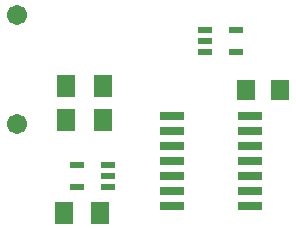
<source format=gtp>
G04 MADE WITH FRITZING*
G04 WWW.FRITZING.ORG*
G04 DOUBLE SIDED*
G04 HOLES PLATED*
G04 CONTOUR ON CENTER OF CONTOUR VECTOR*
%ASAXBY*%
%FSLAX23Y23*%
%MOIN*%
%OFA0B0*%
%SFA1.0B1.0*%
%ADD10C,0.067244*%
%ADD11R,0.062992X0.074803*%
%ADD12R,0.062992X0.070866*%
%ADD13R,0.047244X0.021653*%
%ADD14R,0.080000X0.026000*%
%ADD15R,0.001000X0.001000*%
%LNPASTEMASK1*%
G90*
G70*
G54D10*
X107Y840D03*
X107Y477D03*
X107Y840D03*
X107Y477D03*
G54D11*
X271Y492D03*
X393Y492D03*
X271Y605D03*
X393Y605D03*
X384Y180D03*
X262Y180D03*
G54D12*
X871Y592D03*
X982Y592D03*
G54D13*
X409Y267D03*
X409Y305D03*
X409Y342D03*
X306Y342D03*
X306Y267D03*
G54D14*
X623Y505D03*
X623Y455D03*
X623Y405D03*
X623Y355D03*
X623Y305D03*
X623Y255D03*
X623Y205D03*
X884Y205D03*
X884Y255D03*
X884Y305D03*
X884Y355D03*
X884Y405D03*
X884Y455D03*
X884Y505D03*
G54D13*
X734Y792D03*
X734Y755D03*
X734Y717D03*
X836Y717D03*
X836Y792D03*
G54D15*
D02*
G04 End of PasteMask1*
M02*
</source>
